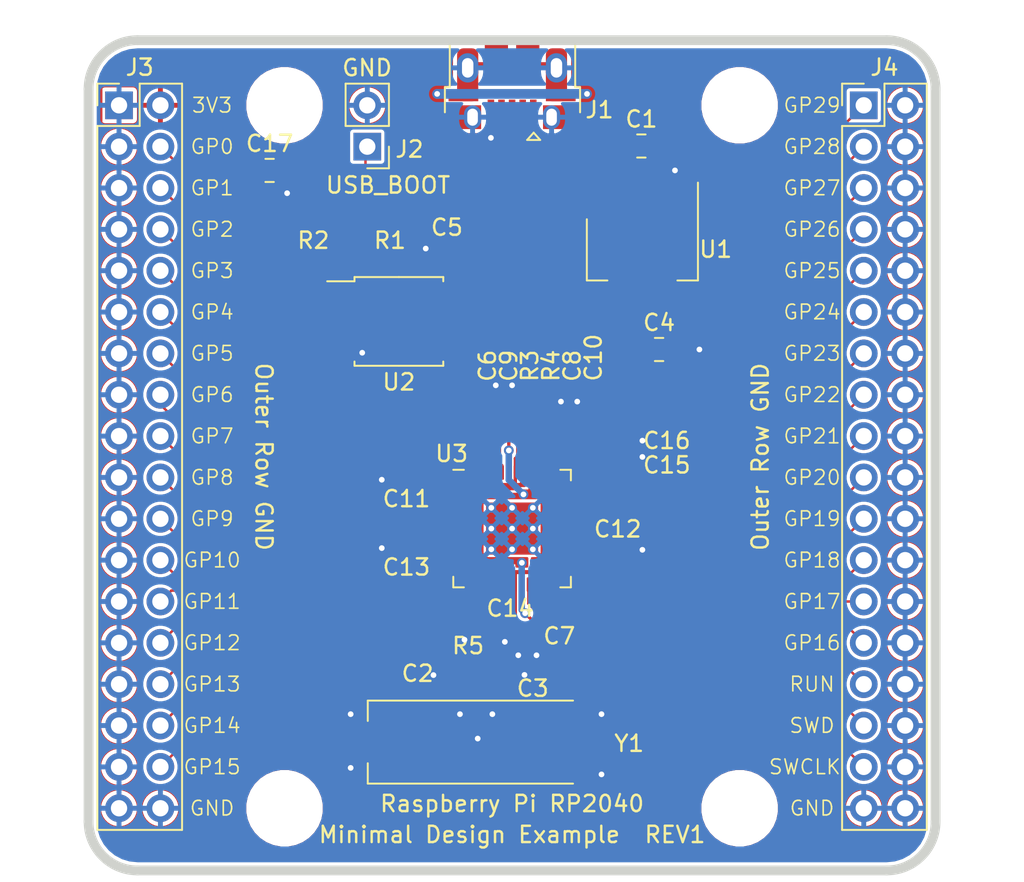
<source format=kicad_pcb>
(kicad_pcb
	(version 20241229)
	(generator "pcbnew")
	(generator_version "9.0")
	(general
		(thickness 1)
		(legacy_teardrops no)
	)
	(paper "A4")
	(title_block
		(title "RP2040 Minimal Design Example")
		(date "2020-07-13")
		(rev "REV1")
		(company "Raspberry Pi (Trading) Ltd")
	)
	(layers
		(0 "F.Cu" signal)
		(2 "B.Cu" signal)
		(9 "F.Adhes" user "F.Adhesive")
		(11 "B.Adhes" user "B.Adhesive")
		(13 "F.Paste" user)
		(15 "B.Paste" user)
		(5 "F.SilkS" user "F.Silkscreen")
		(7 "B.SilkS" user "B.Silkscreen")
		(1 "F.Mask" user)
		(3 "B.Mask" user)
		(17 "Dwgs.User" user "User.Drawings")
		(19 "Cmts.User" user "User.Comments")
		(21 "Eco1.User" user "User.Eco1")
		(23 "Eco2.User" user "User.Eco2")
		(25 "Edge.Cuts" user)
		(27 "Margin" user)
		(31 "F.CrtYd" user "F.Courtyard")
		(29 "B.CrtYd" user "B.Courtyard")
		(35 "F.Fab" user)
		(33 "B.Fab" user)
	)
	(setup
		(pad_to_mask_clearance 0.051)
		(solder_mask_min_width 0.09)
		(allow_soldermask_bridges_in_footprints no)
		(tenting front back)
		(aux_axis_origin 100 100)
		(grid_origin 121.59 74)
		(pcbplotparams
			(layerselection 0x00000000_00000000_55555555_5755f5ff)
			(plot_on_all_layers_selection 0x00000000_00000000_00000000_00000000)
			(disableapertmacros no)
			(usegerberextensions no)
			(usegerberattributes no)
			(usegerberadvancedattributes no)
			(creategerberjobfile no)
			(dashed_line_dash_ratio 12.000000)
			(dashed_line_gap_ratio 3.000000)
			(svgprecision 6)
			(plotframeref no)
			(mode 1)
			(useauxorigin no)
			(hpglpennumber 1)
			(hpglpenspeed 20)
			(hpglpendiameter 15.000000)
			(pdf_front_fp_property_popups yes)
			(pdf_back_fp_property_popups yes)
			(pdf_metadata yes)
			(pdf_single_document no)
			(dxfpolygonmode yes)
			(dxfimperialunits yes)
			(dxfusepcbnewfont yes)
			(psnegative no)
			(psa4output no)
			(plot_black_and_white yes)
			(sketchpadsonfab no)
			(plotpadnumbers no)
			(hidednponfab no)
			(sketchdnponfab yes)
			(crossoutdnponfab yes)
			(subtractmaskfromsilk no)
			(outputformat 1)
			(mirror no)
			(drillshape 0)
			(scaleselection 1)
			(outputdirectory "gerbers")
		)
	)
	(net 0 "")
	(net 1 "GND")
	(net 2 "VBUS")
	(net 3 "/XIN")
	(net 4 "/XOUT")
	(net 5 "+3V3")
	(net 6 "+1V1")
	(net 7 "Net-(J1-Pad4)")
	(net 8 "/~{USB_BOOT}")
	(net 9 "/GPIO15")
	(net 10 "/GPIO14")
	(net 11 "/GPIO13")
	(net 12 "/GPIO12")
	(net 13 "/GPIO11")
	(net 14 "/GPIO10")
	(net 15 "/GPIO9")
	(net 16 "/GPIO8")
	(net 17 "/GPIO7")
	(net 18 "/GPIO6")
	(net 19 "/GPIO5")
	(net 20 "/GPIO4")
	(net 21 "/GPIO3")
	(net 22 "/GPIO2")
	(net 23 "/GPIO1")
	(net 24 "/GPIO0")
	(net 25 "/GPIO29_ADC3")
	(net 26 "/GPIO28_ADC2")
	(net 27 "/GPIO27_ADC1")
	(net 28 "/GPIO26_ADC0")
	(net 29 "/GPIO25")
	(net 30 "/GPIO24")
	(net 31 "/GPIO23")
	(net 32 "/GPIO22")
	(net 33 "/GPIO21")
	(net 34 "/GPIO20")
	(net 35 "/GPIO19")
	(net 36 "/GPIO18")
	(net 37 "/GPIO17")
	(net 38 "/GPIO16")
	(net 39 "/RUN")
	(net 40 "/SWD")
	(net 41 "/SWCLK")
	(net 42 "/QSPI_SS")
	(net 43 "Net-(R3-Pad2)")
	(net 44 "Net-(R4-Pad2)")
	(net 45 "/QSPI_SD3")
	(net 46 "/QSPI_SCLK")
	(net 47 "/QSPI_SD0")
	(net 48 "/QSPI_SD2")
	(net 49 "/QSPI_SD1")
	(net 50 "/USB_D+")
	(net 51 "/USB_D-")
	(net 52 "Net-(C3-Pad1)")
	(footprint "Capacitor_SMD:C_0805_2012Metric" (layer "F.Cu") (at 109.025 89))
	(footprint "RP2040_minimal:USB_Micro-B_Amphenol_10103594-0001LF_Horizontal_modified" (layer "F.Cu") (at 100 71.7 180))
	(footprint "Connector_PinHeader_2.54mm:PinHeader_1x02_P2.54mm_Vertical" (layer "F.Cu") (at 91.11 76.54 180))
	(footprint "Connector_PinHeader_2.54mm:PinHeader_2x18_P2.54mm_Vertical" (layer "F.Cu") (at 75.87 74))
	(footprint "Capacitor_SMD:C_0402_1005Metric" (layer "F.Cu") (at 104 93.515 90))
	(footprint "Capacitor_SMD:C_0402_1005Metric" (layer "F.Cu") (at 103 93.515 90))
	(footprint "Capacitor_SMD:C_0402_1005Metric" (layer "F.Cu") (at 93.515 101.2 180))
	(footprint "Capacitor_SMD:C_0402_1005Metric" (layer "F.Cu") (at 96.185 82.83 180))
	(footprint "Capacitor_SMD:C_0402_1005Metric" (layer "F.Cu") (at 89.5 82.315 -90))
	(footprint "Connector_PinHeader_2.54mm:PinHeader_2x18_P2.54mm_Vertical" (layer "F.Cu") (at 121.59 74))
	(footprint "Package_TO_SOT_SMD:SOT-223-3_TabPin2" (layer "F.Cu") (at 108 82.85 -90))
	(footprint "Package_SO:SOIC-8_5.23x5.23mm_P1.27mm" (layer "F.Cu") (at 93.05 87.275))
	(footprint "Capacitor_SMD:C_0402_1005Metric" (layer "F.Cu") (at 99.485 109))
	(footprint "Capacitor_SMD:C_0402_1005Metric" (layer "F.Cu") (at 91 82.315 90))
	(footprint "Capacitor_SMD:C_0402_1005Metric" (layer "F.Cu") (at 100 92.515 90))
	(footprint "Capacitor_SMD:C_0402_1005Metric" (layer "F.Cu") (at 106.485 101.2))
	(footprint "Capacitor_SMD:C_0402_1005Metric" (layer "F.Cu") (at 100.381 106.485 -90))
	(footprint "Capacitor_SMD:C_0402_1005Metric" (layer "F.Cu") (at 101 93.515 -90))
	(footprint "Capacitor_SMD:C_0402_1005Metric" (layer "F.Cu") (at 101.5 106.485 -90))
	(footprint "Capacitor_SMD:C_0805_2012Metric" (layer "F.Cu") (at 107.9375 76.5))
	(footprint "Capacitor_SMD:C_0402_1005Metric" (layer "F.Cu") (at 93.515 97 180))
	(footprint "Capacitor_SMD:C_0402_1005Metric" (layer "F.Cu") (at 106.485 94.6))
	(footprint "RP2040_minimal:RP2040-QFN-56" (layer "F.Cu") (at 100 100))
	(footprint "Capacitor_SMD:C_0402_1005Metric" (layer "F.Cu") (at 96.515 109 180))
	(footprint "MountingHole:MountingHole_2.7mm_M2.5" (layer "F.Cu") (at 113.97 74))
	(footprint "Capacitor_SMD:C_0402_1005Metric" (layer "F.Cu") (at 102 93.515 -90))
	(footprint "MountingHole:MountingHole_2.7mm_M2.5" (layer "F.Cu") (at 113.97 117.18))
	(footprint "Capacitor_SMD:C_0402_1005Metric" (layer "F.Cu") (at 99 92.515 90))
	(footprint "Capacitor_SMD:C_0402_1005Metric" (layer "F.Cu") (at 106.485 96))
	(footprint "Capacitor_SMD:C_0402_1005Metric" (layer "F.Cu") (at 98.7 107.115 -90))
	(footprint "MountingHole:MountingHole_2.7mm_M2.5" (layer "F.Cu") (at 86.03 74))
	(footprint "MountingHole:MountingHole_2.7mm_M2.5" (layer "F.Cu") (at 86.03 117.18))
	(footprint "RP2040_minimal:Crystal_SMD_HC49-US" (layer "F.Cu") (at 97.841 113.116))
	(footprint "Capacitor_SMD:C_0805_2012Metric" (layer "F.Cu") (at 85.115 78))
	(gr_line
		(start 123 121)
		(end 77 121)
		(stroke
			(width 0.6)
			(type solid)
		)
		(layer "Edge.Cuts")
		(uuid "00000000-0000-0000-0000-00005eff7ab3")
	)
	(gr_line
		(start 126 73)
		(end 126 118)
		(stroke
			(width 0.6)
			(type solid)
		)
		(layer "Edge.Cuts")
		(uuid "00000000-0000-0000-0000-00005eff7ab6")
	)
	(gr_line
		(start 77 70)
		(end 123 70)
		(stroke
			(width 0.6)
			(type solid)
		)
		(layer "Edge.Cuts")
		(uuid "00000000-0000-0000-0000-00005eff7ab9")
	)
	(gr_line
		(start 74 118)
		(end 74 73)
		(stroke
			(width 0.6)
			(type solid)
		)
		(layer "Edge.Cuts")
		(uuid "00000000-0000-0000-0000-00005eff7abc")
	)
	(gr_arc
		(start 77 121)
		(mid 74.87868 120.12132)
		(end 74 118)
		(stroke
			(width 0.6)
			(type solid)
		)
		(layer "Edge.Cuts")
		(uuid "7ed2e32c-4931-468a-a371-d62565417351")
	)
	(gr_arc
		(start 123 70)
		(mid 125.12132 70.87868)
		(end 126 73)
		(stroke
			(width 0.6)
			(type solid)
		)
		(layer "Edge.Cuts")
		(uuid "85457443-a924-4488-a4c5-2c00683ea5ed")
	)
	(gr_arc
		(start 74 73)
		(mid 74.87868 70.87868)
		(end 77 70)
		(stroke
			(width 0.6)
			(type solid)
		)
		(layer "Edge.Cuts")
		(uuid "cc361306-8d76-41aa-a5e1-8ca568855629")
	)
	(gr_arc
		(start 126 118)
		(mid 125.12132 120.12132)
		(end 123 121)
		(stroke
			(width 0.6)
			(type solid)
		)
		(layer "Edge.Cuts")
		(uuid "fa838b15-df08-4d43-9c4c-0264ce413b41")
	)
	(gr_text "GP1"
		(at 81.585 79.08 0)
		(layer "F.SilkS")
		(uuid "00000000-0000-0000-0000-00005f08854e")
		(effects
			(font
				(size 0.9 0.9)
				(thickness 0.1)
			)
		)
	)
	(gr_text "GP2"
		(at 81.585 81.62 0)
		(layer "F.SilkS")
		(uuid "00000000-0000-0000-0000-00005f088550")
		(effects
			(font
				(size 0.9 0.9)
				(thickness 0.1)
			)
		)
	)
	(gr_text "GP3"
		(at 81.585 84.16 0)
		(layer "F.SilkS")
		(uuid "00000000-0000-0000-0000-00005f088551")
		(effects
			(font
				(size 0.9 0.9)
				(thickness 0.1)
			)
		)
	)
	(gr_text "GP4"
		(at 81.585 86.7 0)
		(layer "F.SilkS")
		(uuid "00000000-0000-0000-0000-00005f088554")
		(effects
			(font
				(size 0.9 0.9)
				(thickness 0.1)
			)
		)
	)
	(gr_text "GP5"
		(at 81.585 89.24 0)
		(layer "F.SilkS")
		(uuid "00000000-0000-0000-0000-00005f088555")
		(effects
			(font
				(size 0.9 0.9)
				(thickness 0.1)
			)
		)
	)
	(gr_text "GP6"
		(at 81.585 91.78 0)
		(layer "F.SilkS")
		(uuid "00000000-0000-0000-0000-00005f088556")
		(effects
			(font
				(size 0.9 0.9)
				(thickness 0.1)
			)
		)
	)
	(gr_text "GP7"
		(at 81.585 94.32 0)
		(layer "F.SilkS")
		(uuid "00000000-0000-0000-0000-00005f088557")
		(effects
			(font
				(size 0.9 0.9)
				(thickness 0.1)
			)
		)
	)
	(gr_text "GP8"
		(at 81.585 96.86 0)
		(layer "F.SilkS")
		(uuid "00000000-0000-0000-0000-00005f08855c")
		(effects
			(font
				(size 0.9 0.9)
				(thickness 0.1)
			)
		)
	)
	(gr_text "GP9"
		(at 81.585 99.4 0)
		(layer "F.SilkS")
		(uuid "00000000-0000-0000-0000-00005f08855d")
		(effects
			(font
				(size 0.9 0.9)
				(thickness 0.1)
			)
		)
	)
	(gr_text "GP11"
		(at 81.585 104.48 0)
		(layer "F.SilkS")
		(uuid "00000000-0000-0000-0000-00005f08855e")
		(effects
			(font
				(size 0.9 0.9)
				(thickness 0.1)
			)
		)
	)
	(gr_text "GP10"
		(at 81.585 101.94 0)
		(layer "F.SilkS")
		(uuid "00000000-0000-0000-0000-00005f08855f")
		(effects
			(font
				(size 0.9 0.9)
				(thickness 0.1)
			)
		)
	)
	(gr_text "GP12"
		(at 81.585 107.02 0)
		(layer "F.SilkS")
		(uuid "00000000-0000-0000-0000-00005f088564")
		(effects
			(font
				(size 0.9 0.9)
				(thickness 0.1)
			)
		)
	)
	(gr_text "GP13"
		(at 81.585 109.56 0)
		(layer "F.SilkS")
		(uuid "00000000-0000-0000-0000-00005f088565")
		(effects
			(font
				(size 0.9 0.9)
				(thickness 0.1)
			)
		)
	)
	(gr_text "GP15"
		(at 81.585 114.64 0)
		(layer "F.SilkS")
		(uuid "00000000-0000-0000-0000-00005f088566")
		(effects
			(font
				(size 0.9 0.9)
				(thickness 0.1)
			)
		)
	)
	(gr_text "GP14"
		(at 81.585 112.1 0)
		(layer "F.SilkS")
		(uuid "00000000-0000-0000-0000-00005f088567")
		(effects
			(font
				(size 0.9 0.9)
				(thickness 0.1)
			)
		)
	)
	(gr_text "GP28"
		(at 118.415 76.54 0)
		(layer "F.SilkS")
		(uuid "00000000-0000-0000-0000-00005f088574")
		(effects
			(font
				(size 0.9 0.9)
				(thickness 0.1)
			)
		)
	)
	(gr_text "GP27"
		(at 118.415 79.08 0)
		(layer "F.SilkS")
		(uuid "00000000-0000-0000-0000-00005f088575")
		(effects
			(font
				(size 0.9 0.9)
				(thickness 0.1)
			)
		)
	)
	(gr_text "GP26"
		(at 118.415 81.62 0)
		(layer "F.SilkS")
		(uuid "00000000-0000-0000-0000-00005f088576")
		(effects
			(font
				(size 0.9 0.9)
				(thickness 0.1)
			)
		)
	)
	(gr_text "GP25"
		(at 118.415 84.16 0)
		(layer "F.SilkS")
		(uuid "00000000-0000-0000-0000-00005f088577")
		(effects
			(font
				(size 0.9 0.9)
				(thickness 0.1)
			)
		)
	)
	(gr_text "GP24"
		(at 118.415 86.7 0)
		(layer "F.SilkS")
		(uuid "00000000-0000-0000-0000-00005f088578")
		(effects
			(font
				(size 0.9 0.9)
				(thickness 0.1)
			)
		)
	)
	(gr_text "GP23"
		(at 118.415 89.24 0)
		(layer "F.SilkS")
		(uuid "00000000-0000-0000-0000-00005f088579")
		(effects
			(font
				(size 0.9 0.9)
				(thickness 0.1)
			)
		)
	)
	(gr_text "GP21"
		(at 118.415 94.32 0)
		(layer "F.SilkS")
		(uuid "00000000-0000-0000-0000-00005f08857a")
		(effects
			(font
				(size 0.9 0.9)
				(thickness 0.1)
			)
		)
	)
	(gr_text "GP20"
		(at 118.415 96.86 0)
		(layer "F.SilkS")
		(uuid "00000000-0000-0000-0000-00005f08857b")
		(effects
			(font
				(size 0.9 0.9)
				(thickness 0.1)
			)
		)
	)
	(gr_text "GP19"
		(at 118.415 99.4 0)
		(layer "F.SilkS")
		(uuid "00000000-0000-0000-0000-00005f08857c")
		(effects
			(font
				(size 0.9 0.9)
				(thickness 0.1)
			)
		)
	)
	(gr_text "GP17"
		(at 118.415 104.48 0)
		(layer "F.SilkS")
		(uuid "00000000-0000-0000-0000-00005f08857d")
		(effects
			(font
				(size 0.9 0.9)
				(thickness 0.1)
			)
		)
	)
	(gr_text "GP22"
		(at 118.415 91.78 0)
		(layer "F.SilkS")
		(uuid "00000000-0000-0000-0000-00005f08857e")
		(effects
			(font
				(size 0.9 0.9)
				(thickness 0.1)
			)
		)
	)
	(gr_text "GP18"
		(at 118.415 101.94 0)
		(layer "F.SilkS")
		(uuid "00000000-0000-0000-0000-00005f08857f")
		(effects
			(font
				(size 0.9 0.9)
				(thickness 0.1)
			)
		)
	)
	(gr_text "SWCLK"
		(at 117.9705 114.64 0)
		(layer "F.SilkS")
		(uuid "00000000-0000-0000-0000-00005f088580")
		(effects
			(font
				(size 0.9 0.9)
				(thickness 0.1)
			)
		)
	)
	(gr_text "SWD"
		(at 118.415 112.1 0)
		(layer "F.SilkS")
		(uuid "00000000-0000-0000-0000-00005f088581")
		(effects
			(font
				(size 0.9 0.9)
				(thickness 0.1)
			)
		)
	)
	(gr_text "GP16"
		(at 118.415 107.02 0)
		(layer "F.SilkS")
		(uuid "00000000-0000-0000-0000-00005f088582")
		(effects
			(font
				(size 0.9 0.9)
				(thickness 0.1)
			)
		)
	)
	(gr_text "RUN"
		(at 118.415 109.56 0)
		(layer "F.SilkS")
		(uuid "00000000-0000-0000-0000-00005f088583")
		(effects
			(font
				(size 0.9 0.9)
				(thickness 0.1)
			)
		)
	)
	(gr_text "GND"
		(at 81.585 117.18 0)
		(layer "F.SilkS")
		(uuid "00000000-0000-0000-0000-00005f0885cb")
		(effects
			(font
				(size 0.9 0.9)
				(thickness 0.1)
			)
		)
	)
	(gr_text "GND"
		(at 118.415 117.18 0)
		(layer "F.SilkS")
		(uuid "00000000-0000-0000-0000-00005f088889")
		(effects
			(font
				(size 0.9 0.9)
				(thickness 0.1)
			)
		)
	)
	(gr_text "GP29"
		(at 118.415 74 0)
		(layer "F.SilkS")
		(uuid "00000000-0000-0000-0000-00005f0888ac")
		(effects
			(font
				(size 0.9 0.9)
				(thickness 0.1)
			)
		)
	)
	(gr_text "Outer Row GND"
		(at 84.76 95.59 270)
		(layer "F.SilkS")
		(uuid "00000000-0000-0000-0000-00005f0888b1")
		(effects
			(font
				(size 1 1)
				(thickness 0.15)
			)
		)
	)
	(gr_text "Outer Row GND"
		(at 115.24 95.59 90)
		(layer "F.SilkS")
		(uuid "00000000-0000-0000-0000-00005f088ada")
		(effects
			(font
				(size 1 1)
				(thickness 0.15)
			)
		)
	)
	(gr_text "Raspberry Pi RP2040"
		(at 100 116.9 0)
		(layer "F.SilkS")
		(uuid "00000000-0000-0000-0000-00005f0cefa9")
		(effects
			(font
				(size 1 1)
				(thickness 0.15)
			)
		)
	)
	(gr_text "\nUSB_BOOT"
		(at 92.38 78.1 0)
		(layer "F.SilkS")
		(uuid "05e7442c-db39-4b38-8e9d-c98d07c86563")
		(effects
			(font
				(size 1 1)
				(thickness 0.15)
			)
		)
	)
	(gr_text "GP0"
		(at 81.585 76.54 0)
		(layer "F.SilkS")
		(uuid "6a8a18be-c24f-4455-86b3-058294a0fb27")
		(effects
			(font
				(size 0.9 0.9)
				(thickness 0.1)
			)
		)
	)
	(gr_text "Minimal Design Example  REV1"
		(at 100 118.8 0)
		(layer "F.SilkS")
		(uuid "7e923713-b184-4b1c-a0ce-f4c1a2f5bf0b")
		(effects
			(font
				(size 1 1)
				(thickness 0.15)
			)
		)
	)
	(gr_text "GND"
		(at 91.1 71.7 0)
		(layer "F.SilkS")
		(uuid "ed0a1c69-b8dd-499a-b0eb-fc469a2eaec0")
		(effects
			(font
				(size 1 1)
				(thickness 0.15)
			)
		)
	)
	(gr_text "3V3"
		(at 81.585 74 0)
		(layer "F.SilkS")
		(uuid "fe8c3df7-f26f-4199-8123-2115e52373c8")
		(effects
			(font
				(size 0.9 0.9)
				(thickness 0.1)
			)
		)
	)
	(segment
		(start 93.03 101.2)
		(end 92 101.2)
		(width 0.2)
		(layer "F.Cu")
		(net 1)
		(uuid "00000000-0000-0000-0000-00005f046351")
	)
	(segment
		(start 108.875 76.875)
		(end 110 78)
		(width 0.2)
		(layer "F.Cu")
		(net 1)
		(uuid "01cb99e4-a51a-4c2e-a873-765f6b9c46ed")
	)
	(segment
		(start 100.381 107.781984)
		(end 100.380994 107.78199)
		(width 0.2)
		(layer "F.Cu")
		(net 1)
		(uuid "13b9352c-3ed1-42d5-a5e0-4391105f73cb")
	)
	(segment
		(start 99 92.03)
		(end 99 91.200008)
		(width 0.2)
		(layer "F.Cu")
		(net 1)
		(uuid "1bf84ae0-c438-4967-ac08-54b210bb08cb")
	)
	(segment
		(start 110.3 78.3)
		(end 110 78)
		(width 0.2)
		(layer "F.Cu")
		(net 1)
		(uuid "29678316-da39-499a-a1de-415e70953ea1")
	)
	(segment
		(start 107.075 101.305)
		(end 108 101.305)
		(width 0.2)
		(layer "F.Cu")
		(net 1)
		(uuid "2e1caf43-8f38-427d-bc0e-5132c1990d9c")
	)
	(segment
		(start 102.46 71.45)
		(end 102.73 71.72)
		(width 0.2)
		(layer "F.Cu")
		(net 1)
		(uuid "381203b9-5ae8-4f4a-a0c3-a5f71e2dca5f")
	)
	(segment
		(start 98.7 74.6)
		(end 98.7 76)
		(width 0.2)
		(layer "F.Cu")
		(net 1)
		(uuid "490802e8-e48b-461b-b991-019d2fa277fc")
	)
	(segment
		(start 110.05 89)
		(end 111.5 89)
		(width 0.2)
		(layer "F.Cu")
		(net 1)
		(uuid "52431707-c6ac-4bdb-8711-6276b446c87b")
	)
	(segment
		(start 100 92.03)
		(end 100 91.2)
		(width 0.2)
		(layer "F.Cu")
		(net 1)
		(uuid "57561c86-790b-4741-91b4-53f6a607dd3a")
	)
	(segment
		(start 110.3 79.7)
		(end 110.3 78.3)
		(width 0.2)
		(layer "F.Cu")
		(net 1)
		(uuid "57999232-b58f-41e7-ae49-b6f9fb308b5a")
	)
	(segment
		(start 106.97 96)
		(end 107.6 96)
		(width 0.15)
		(layer "F.Cu")
		(net 1)
		(uuid "60faafbd-33fb-4244-ae42-10f25fa439f9")
	)
	(segment
		(start 99.97 109)
		(end 100.7505 109)
		(width 0.15)
		(layer "F.Cu")
		(net 1)
		(uuid "6216f679-b3ac-4589-8903-0c4dbbea5ab5")
	)
	(segment
		(start 100.381 106.97)
		(end 100.381 107.781984)
		(width 0.2)
		(layer "F.Cu")
		(net 1)
		(uuid "64628cc1-a90e-4a3d-b2c0-12f552a25646")
	)
	(segment
		(start 97.54 71.45)
		(end 97.27 71.72)
		(width 0.2)
		(layer "F.Cu")
		(net 1)
		(uuid "7a8d8e38-68f4-476b-a4be-8fadca101b16")
	)
	(segment
		(start 86.14 78)
		(end 86.14 79.25)
		(width 0.15)
		(layer "F.Cu")
		(net 1)
		(uuid "804e2fcf-5b90-4bb0-b520-a8dd99d37782")
	)
	(segment
		(start 97.079 106.5755)
		(end 97.079 106.8295)
		(width 0.15)
		(layer "F.Cu")
		(net 1)
		(uuid "85c41850-4749-4b04-9a25-cc392850346c")
	)
	(segment
		(start 99.97 108.68)
		(end 99.5555 108.2655)
		(width 0.15)
		(layer "F.Cu")
		(net 1)
		(uuid "863413e6-cc27-44c2-908b-37061913dba7")
	)
	(segment
		(start 95.405 82.83)
		(end 95.375 82.8)
		(width 0.2)
		(layer "F.Cu")
		(net 1)
		(uuid "8717e25b-2fbf-41ce-a86f-0e132ca50491")
	)
	(segment
		(start 106.97 94.6)
		(end 108 94.6)
		(width 0.2)
		(layer "F.Cu")
		(net 1)
		(uuid "88e0a4d1-95a1-44b4-97e0-73a61b412191")
	)
	(segment
		(start 99.97 109)
		(end 99.97 108.68)
		(width 0.15)
		(layer "F.Cu")
		(net 1)
		(uuid "8ce38939-18a6-4393-aaa0-2caa091bcd62")
	)
	(segment
		(start 101.5 106.97)
		(end 101.5 107.782004)
		(width 0.2)
		(layer "F.Cu")
		(net 1)
		(uuid "91e86634-53ed-41c8-a400-4114bc24083c")
	)
	(segment
		(start 93.03 97)
		(end 92 97)
		(width 0.2)
		(layer "F.Cu")
		(net 1)
		(uuid "92ade555-debd-4f8f-a385-b7f99f1047fd")
	)
	(segment
		(start 99 104.6545)
		(end 97.079 106.5755)
		(width 0.15)
		(layer "F.Cu")
		(net 1)
		(uuid "96b9cd59-2c20-47cf-806f-24752c1db28d")
	)
	(segment
		(start 107.6 96)
		(end 108 95.6)
		(width 0.15)
		(layer "F.Cu")
		(net 1)
		(uuid "a8a218aa-871b-4de2-b4ad-ad4db1af55bf")
	)
	(segment
		(start 100.7505 109)
		(end 100.762 108.9885)
		(width 0.15)
		(layer "F.Cu")
		(net 1)
		(uuid "ab01153e-4c1c-4a29-b1d1-b6f11fd0f396")
	)
	(segment
		(start 89.45 89.18)
		(end 90.78 89.18)
		(width 0.2)
		(layer "F.Cu")
		(net 1)
		(uuid "ab57760d-a38d-4ae8-b47a-ee6feac15e3f")
	)
	(segment
		(start 95.7 82.83)
		(end 95.405 82.83)
		(width 0.2)
		(layer "F.Cu")
		(net 1)
		(uuid "b064a8a4-8281-425c-be93-553fb00e8fb6")
	)
	(segment
		(start 86.14 78.95)
		(end 86.19 79)
		(width 0.15)
		(layer "F.Cu")
		(net 1)
		(uuid "bcbfa6eb-d7bc-4ff6-9d99-845e1d9dbbfd")
	)
	(segment
		(start 108.875 76.5)
		(end 108.875 76.875)
		(width 0.2)
		(layer "F.Cu")
		(net 1)
		(uuid "bf41ecdf-b1a9-4aad-8ef7-0d8daf3314bc")
	)
	(segment
		(start 95.375 82.8)
		(end 94.7 82.8)
		(width 0.2)
		(layer "F.Cu")
		(net 1)
		(uuid "c02f2502-4425-4147-b77b-e93d2b00ee27")
	)
	(segment
		(start 99.04 71.45)
		(end 97.54 71.45)
		(width 0.2)
		(layer "F.Cu")
		(net 1)
		(uuid "c3884eff-8d71-46df-a3d6-5e566b0d789b")
	)
	(segment
		(start 96.8 111.65)
		(end 96.8 110.599974)
		(width 0.2)
		(layer "F.Cu")
		(net 1)
		(uuid "c538420f-b5c0-4a84-a61d-6f4f56a1cd27")
	)
	(segment
		(start 90.78 89.18)
		(end 90.8 89.2)
		(width 0.2)
		(layer "F.Cu")
		(net 1)
		(uuid "cdf32f4c-94a3-4eb6-9c17-0929bb158c8b")
	)
	(segment
		(start 100.96 71.45)
		(end 102.46 71.45)
		(width 0.2)
		(layer "F.Cu")
		(net 1)
		(uuid "d1129b33-d0e4-422d-8c80-90c7d0be841d")
	)
	(segment
		(start 104 93.03)
		(end 104 92.2)
		(width 0.2)
		(layer "F.Cu")
		(net 1)
		(uuid "d5bdd1d3-38e9-4ca4-ab6d-41d6445606d1")
	)
	(segment
		(start 96.03 109)
		(end 95.174 109)
		(width 0.2)
		(layer "F.Cu")
		(net 1)
		(uuid "d81cb384-6ec3-4c22-bda7-db7c41af85b5")
	)
	(segment
		(start 99 103.4375)
		(end 99 104.6545)
		(width 0.15)
		(layer "F.Cu")
		(net 1)
		(uuid "ddd1d9cf-bf64-4014-a6de-4f09986a1ff8")
	)
	(segment
		(start 99.5555 108.2655)
		(end 99.5555 108.0995)
		(width 0.15)
		(layer "F.Cu")
		(net 1)
		(uuid "ddfc18a6-5629-4990-9d6f-d017da3acf90")
	)
	(segment
		(start 99 113.35)
		(end 99 114.4)
		(width 0.2)
		(layer "F.Cu")
		(net 1)
		(uuid "e0ed8b09-642f-489e-bbba-e9e2a5b2a3b7")
	)
	(segment
		(start 106.97 101.2)
		(end 107.075 101.305)
		(width 0.2)
		(layer "F.Cu")
		(net 1)
		(uuid "f068c9a1-e201-474b-b2eb-d110d55ebda3")
	)
	(segment
		(start 103 93.03)
		(end 103 92.2)
		(width 0.2)
		(layer "F.Cu")
		(net 1)
		(uuid "f605554e-5f6f-4613-8345-08d6b29e7bb8")
	)
	(segment
		(start 86.19 79)
		(end 86.19 79.1)
		(width 0.15)
		(layer "F.Cu")
		(net 1)
		(uuid "fe81431d-7be2-4b8f-8696-e378d471e0e4")
	)
	(via
		(at 99.5555 106.9565)
		(size 0.6)
		(drill 0.35)
		(layers "F.Cu" "B.Cu")
		(net 1)
		(uuid "00000000-0000-0000-0000-00005f0c75ea")
	)
	(via
		(at 97.89 112.9)
		(size 0.6)
		(drill 0.35)
		(layers "F.Cu" "B.Cu")
		(net 1)
		(uuid "00000000-0000-0000-0000-00005f0c75ed")
	)
	(via
		(at 98.79 111.4)
		(size 0.6)
		(drill 0.35)
		(layers "F.Cu" "B.Cu")
		(net 1)
		(uuid "00000000-0000-0000-0000-00005f0c7f06")
	)
	(via
		(at 90.09 114.7)
		(size 0.6)
		(drill 0.35)
		(layers "F.Cu" "B.Cu")
		(net 1)
		(uuid "00000000-0000-0000-0000-00005f0ceffb")
	)
	(via
		(at 90.09 111.4)
		(size 0.6)
		(drill 0.35)
		(layers "F.Cu" "B.Cu")
		(net 1)
		(uuid "00000000-0000-0000-0000-00005f0ceffd")
	)
	(via
		(at 105.49 111.4)
		(size 0.6)
		(drill 0.35)
		(layers "F.Cu" "B.Cu")
		(net 1)
		(uuid "00000000-0000-0000-0000-00005f0cefff")
	)
	(via
		(at 94.7 82.8)
		(size 0.6)
		(drill 0.35)
		(layers "F.Cu" "B.Cu")
		(net 1)
		(uuid "0ffee726-2112-45d7-903d-f1887c4cb86d")
	)
	(via
		(at 105.49 115.1)
		(size 0.6)
		(drill 0.35)
		(layers "F.Cu" "B.Cu")
		(net 1)
		(uuid "1abd14b0-08f0-4045-80fd-cfad44be1517")
	)
	(via
		(at 100.762 108.9885)
		(size 0.6)
		(drill 0.35)
		(layers "F.Cu" "B.Cu")
		(net 1)
		(uuid "1affd6c0-f709-4b84-9d3c-92f872129d46")
	)
	(via
		(at 111.5 89)
		(size 0.6)
		(drill 0.35)
		(layers "F.Cu" "B.Cu")
		(net 1)
		(uuid "24e1618e-b725-4f7e-9b4b-36712b7141d1")
	)
	(via
		(at 100 91.2)
		(size 0.6)
		(drill 0.35)
		(layers "F.Cu" "B.Cu")
		(net 1)
		(uuid "35edb367-5d46-4ea6-b97f-d416c51df5f2")
	)
	(via
		(at 104 92.2)
		(size 0.6)
		(drill 0.35)
		(layers "F.Cu" "B.Cu")
		(net 1)
		(uuid "3725a932-2309-48e5-859a-36dc2388ba9a")
	)
	(via
		(at 86.19 79.4)
		(size 0.6)
		(drill 0.35)
		(layers "F.Cu" "B.Cu")
		(net 1)
		(uuid "3a03dc45-e418-4eb1-bfd5-43d22360fef7")
	)
	(via
		(at 92 101.2)
		(size 0.6)
		(drill 0.35)
		(layers "F.Cu" "B.Cu")
		(net 1)
		(uuid "4a62f97c-8ea1-4003-a809-0d983b0855e1")
	)
	(via
		(at 99 91.200008)
		(size 0.6)
		(drill 0.35)
		(layers "F.Cu" "B.Cu")
		(net 1)
		(uuid "4c308bbc-7ff3-4e44-95fb-cf5031057771")
	)
	(via
		(at 95.174 109)
		(size 0.6)
		(drill 0.35)
		(layers "F.Cu" "B.Cu")
		(net 1)
		(uuid "4c56679a-b216-454c-8517-9bb020a8ec65")
	)
	(via
		(at 101.5 107.782004)
		(size 0.6)
		(drill 0.35)
		(layers "F.Cu" "B.Cu")
		(net 1)
		(uuid "54d74bfd-6e6a-4a93-80af-bd84cb631b8b")
	)
	(via
		(at 96.8 111.4)
		(size 0.6)
		(drill 0.35)
		(layers "F.Cu" "B.Cu")
		(net 1)
		(uuid "5d1f13ef-780a-4c7c-a852-62da7af1c114")
	)
	(via
		(at 110 78)
		(size 0.6)
		(drill 0.35)
		(layers "F.Cu" "B.Cu")
		(net 1)
		(uuid "6fd38d8d-c3b6-4b87-959e-547bf79ca47e")
	)
	(via
		(at 97.079 106.8295)
		(size 0.6)
		(drill 0.35)
		(layers "F.Cu" "B.Cu")
		(net 1)
		(uuid "7292a2b7-1f21-46c3-975c-7fa71e307494")
	)
	(via
		(at 98.7 76)
		(size 0.6)
		(drill 0.35)
		(layers "F.Cu" "B.Cu")
		(net 1)
		(uuid "78288353-daa8-4f7a-a611-683403c30bef")
	)
	(via
		(at 90.8 89.2)
		(size 0.6)
		(drill 0.35)
		(layers "F.Cu" "B.Cu")
		(net 1)
		(uuid "8e48ceaa-0493-44f0-b45a-c678cb01aa1c")
	)
	(via
		(at 92 97)
		(size 0.6)
		(drill 0.35)
		(layers "F.Cu" "B.Cu")
		(net 1)
		(uuid "9a4ae767-3875-4451-9120-0081681cf0e3")
	)
	(via
		(at 108 101.305)
		(size 0.6)
		(drill 0.35)
		(layers "F.Cu" "B.Cu")
		(net 1)
		(uuid "9edf5d74-77c7-432d-aa23-104ffa9eba50")
	)
	(via
		(at 108 95.6)
		(size 0.6)
		(drill 0.35)
		(layers "F.Cu" "B.Cu")
		(net 1)
		(uuid "d908280f-3758-4a7d-b29b-6c31c42533eb")
	)
	(via
		(at 108 94.6)
		(size 0.6)
		(drill 0.35)
		(layers "F.Cu" "B.Cu")
		(net 1)
		(uuid "e4842452-ac6d-4e17-9b59-d36d8546860a")
	)
	(via
		(at 103 92.2)
		(size 0.6)
		(drill 0.35)
		(layers "F.Cu" "B.Cu")
		(net 1)
		(uuid "ec1a87e3-8cfb-4a0a-90da-52ce7d28e284")
	)
	(via
		(at 100.380994 107.78199)
		(size 0.6)
		(drill 0.35)
		(layers "F.Cu" "B.Cu")
		(net 1)
		(uuid "ed9dcd5a-1d90-4dad-b7c5-c371e080e936")
	)
	(segment
		(start 103.299999 92.499999)
		(end 103 92.2)
		(width 0.2)
		(layer "B.Cu")
		(net 1)
		(uuid "7fae726f-993c-458b-bc8a-cace2e64a998")
	)
	(segment
		(start 103.8 93)
		(end 103.299999 92.499999)
		(width 0.2)
		(layer "B.Cu")
		(net 1)
		(uuid "85c734a4-50bb-49ba-89cd-a0f780ea416c")
	)
	(segment
		(start 104 93)
		(end 103.8 93)
		(width 0.2)
		(layer "B.Cu")
		(net 1)
		(uuid "93a370ad-eef5-480d-a07e-b29b0d749bbf")
	)
	(segment
		(start 101.3 74.525)
		(end 101.3 75.5)
		(width 0.4)
		(layer "F.Cu")
		(net 2)
		(uuid "12ce76f6-67d1-48e5-875c-f33d9556242b")
	)
	(segment
		(start 101.3 75.5)
		(end 102.1 76.3)
		(width 0.4)
		(layer "F.Cu")
		(net 2)
		(uuid "a71a7df4-3bce-46c8-ab5f-f47898f3e24f")
	)
	(segment
		(start 97.6505 111.7825)
		(end 96.317 113.116)
		(width 0.15)
		(layer "F.Cu")
		(net 3)
		(uuid "2a95faaf-0311-46ba-a97b-7dff01d322eb")
	)
	(segment
		(start 97.6505 109.6505)
		(end 97.6505 111.7825)
		(width 0.15)
		(layer "F.Cu")
		(net 3)
		(uuid "412b14e4-c75a-4524-988e-ca684e6c7ae2")
	)
	(segment
		(start 97 109)
		(end 97.6505 109.6505)
		(width 0.15)
		(layer "F.Cu")
		(net 3)
		(uuid "4ae38623-5743-4a26-a9cf-131ac4cd792e")
	)
	(segment
		(start 99.4 103.4375)
		(end 99.4 104.937861)
		(width 0.15)
		(layer "F.Cu")
		(net 3)
		(uuid "64bdca31-ed23-4b03-b956-f82d7291b2bd")
	)
	(segment
		(start 99.4 104.937861)
		(end 97.8 106.537861)
		(width 0.15)
		(layer "F.Cu")
		(net 3)
		(uuid "9049c0ed-d326-4b32-a2f9-e8d308e172fd")
	)
	(segment
		(start 96.317 113.116)
		(end 93.341 113.116)
		(width 0.15)
		(layer "F.Cu")
		(net 3)
		(uuid "944738e9-ff79-4b28-8f98-1188aacd335f")
	)
	(segment
		(start 97.8 108.2)
		(end 97 109)
		(width 0.15)
		(layer "F.Cu")
		(net 3)
		(uuid "977b72df-6dfd-4039-ae73-709ef1c607ef")
	)
	(segment
		(start 97.8 106.537861)
		(end 97.8 108.2)
		(width 0.15)
		(layer "F.Cu")
		(net 3)
		(uuid "b3a67cc2-6d18-4328-8e9b-92aee476b3d6")
	)
	(segment
		(start 98.7 106.2)
		(end 98.7 106.63)
		(width 0.15)
		(layer "F.Cu")
		(net 4)
		(uuid "60038a97-be3a-4ada-9886-ce30b143ad29")
	)
	(segment
		(start 99.8 105.1)
		(end 98.7 106.2)
		(width 0.15)
		(layer "F.Cu")
		(net 4)
		(uuid "b7539fc2-e032-4359-99d2-85a24dcd0653")
	)
	(segment
		(start 99.8 103.4375)
		(end 99.8 105.1)
		(width 0.15)
		(layer "F.Cu")
		(net 4)
		(uuid "e0c32b05-e565-449a-b572-bfb8dc116e20")
	)
	(segment
		(start 100.6 95.799998)
		(end 100.350001 95.549999)
		(width 0.2)
		(layer "F.Cu")
		(net 5)
		(uuid "02b2bba1-2004-42b9-a768-008cdb7db04c")
	)
	(segment
		(start 100.6 96.5625)
		(end 100.6 97.2)
		(width 0.2)
		(layer "F.Cu")
		(net 5)
		(uuid "08620740-42ea-402c-a326-efd86fc7ff9c")
	)
	(segment
		(start 96.65 82.85)
		(end 96.67 82.83)
		(width 0.2)
		(layer "F.Cu")
		(net 5)
		(uuid "0c44f1bd-561f-4a1e-9b07-39c307e4389d")
	)
	(segment
		(start 100.2 95.7)
		(end 100.2 96.5625)
		(width 0.2)
		(layer "F.Cu")
		(net 5)
		(uuid "10c9f643-7d9c-4e1c-bd24-062e8ff79b55")
	)
	(segment
		(start 100.350001 95.549999)
		(end 100.2 95.7)
		(width 0.2)
		(layer "F.Cu")
		(net 5)
		(uuid "12e01a13-b564-4c47-a7dc-a83021463a5c")
	)
	(segment
		(start 101.096505 108.307005)
		(end 102.141995 108.307005)
		(width 0.15)
		(layer "F.Cu")
		(net 5)
		(uuid "22970dc9-6fd8-4462-9981-4c65d219f715")
	)
	(segment
		(start 96.5625 97.4)
		(end 95.7 97.4)
		(width 0.2)
		(layer "F.Cu")
		(net 5)
		(uuid "2a54c707-1181-4a3b-80c9-454a8b57dccc")
	)
	(segment
		(start 100.9525 106.2515)
		(end 100.9525 108.163)
		(width 0.15)
		(layer "F.Cu")
		(net 5)
		(uuid "3dc2bd25-2eb8-4fd5-a861-277dba86e252")
	)
	(segment
		(start 100.6 96.5625)
		(end 100.6 95.799998)
		(width 0.2)
		(layer "F.Cu")
		(net 5)
		(uuid "3de0442b-d87f-4972-af99-1a45f33ca9c2")
	)
	(segment
		(start 102.2 97.2)
		(end 102.4 97.4)
		(width 0.2)
		(layer "F.Cu")
		(net 5)
		(uuid "49c17c1d-6be0-4cfa-bb06-1eb2ff5d5945")
	)
	(segment
		(start 100.701 106)
		(end 100.9525 106.2515)
		(width 0.15)
		(layer "F.Cu")
		(net 5)
		(uuid "54b5590c-4415-4d97-87fe-812932655e0e")
	)
	(segment
		(start 100.2 97.4)
		(end 100.2 97)
		(width 0.2)
		(layer "F.Cu")
		(net 5)
		(uuid "5b5cb823-c950-40c6-98d7-5a13fe9bf421")
	)
	(segment
		(start 100.2 103.4375)
		(end 100.2 105.5055)
		(width 0.2)
		(layer "F.Cu")
		(net 5)
		(uuid "64379dcb-f2f7-47d9-8737-d43f46c769b3")
	)
	(segment
		(start 96.65 85.37)
		(end 96.65 82.85)
		(width 0.2)
		(layer "F.Cu")
		(net 5)
		(uuid "66bbe72c-8c4c-444e-85e5-c685affd11c4")
	)
	(segment
		(start 102.6 96.5625)
		(end 102.6 97.4)
		(width 0.2)
		(layer "F.Cu")
		(net 5)
		(uuid "67f99c88-c620-4c99-a543-7e88d887e3a8")
	)
	(segment
		(start 105.8 101)
		(end 106 101.2)
		(width 0.2)
		(layer "F.Cu")
		(net 5)
		(uuid "68464f08-ec2a-4fdf-ac55-c4cb0b14d3eb")
	)
	(segment
		(start 96.5625 101)
		(end 94.2 101)
		(width 0.2)
		(layer "F.Cu")
		(net 5)
		(uuid "6fa2718c-e98e-4e14-8742-ea5e46f29a3a")
	)
	(segment
		(start 100.381 105.6865)
		(end 100.381 106)
		(width 0.2)
		(layer "F.Cu")
		(net 5)
		(uuid "7499fcb4-060e-4dcb-b591-c87038c635ea")
	)
	(segment
		(start 96.5625 101)
		(end 97.4 101)
		(width 0.2)
		(layer "F.Cu")
		(net 5)
		(uuid "7cd09d63-f746-4fe2-b333-15d66c030585")
	)
	(segment
		(start 100 93.762534)
		(end 100.350001 94.112535)
		(width 0.2)
		(layer "F.Cu")
		(net 5)
		(uuid "827f0d94-1d20-47d8-9f48-7b3c7dfe68e2")
	)
	(segment
		(start 94.2 101)
		(end 94 101.2)
		(width 0.2)
		(layer "F.Cu")
		(net 5)
		(uuid "8365a2b4-572c-43c0-a9db-f851a1d482e3")
	)
	(segment
		(start 100.2 102.8)
		(end 100 102.6)
		(width 0.2)
		(layer "F.Cu")
		(net 5)
		(uuid "842e4f69-d793-45e4-8b9a-4e23ebf79995")
	)
	(segment
		(start 108 86)
		(end 108 89)
		(width 0.2)
		(layer "F.Cu")
		(net 5)
		(uuid "9560d480-6d87-4f18-8b5f-68202c828981")
	)
	(segment
		(start 74.7 72.9)
		(end 74.7 75.2)
		(width 0.3)
		(layer "F.Cu")
		(net 5)
		(uuid "9d1bc47b-a239-42e8-9e03-4fe716d062c4")
	)
	(segment
		(start 96.5625 97.4)
		(end 97.4 97.4)
		(width 0.2)
		(layer "F.Cu")
		(net 5)
		(uuid "a11b801b-03bf-4852-9699-74d9ae959ea3")
	)
	(segment
		(start 100.6 97.2)
		(end 100.4 97.4)
		(width 0.2)
		(layer "F.Cu")
		(net 5)
		(uuid "a7f6fa85-eea3-4256-8c25-b0e9739cceae")
	)
	(segment
		(start 100 93)
		(end 100 93.762534)
		(width 0.2)
		(layer "F.Cu")
		(net 5)
		(uuid "b7843b09-5ff4-4625-ac99-22fdd9157c72")
	)
	(segment
		(start 103.4375 101)
		(end 105.8 101)
		(width 0.2)
		(layer "F.Cu")
		(net 5)
		(uuid "c1a092e1-ee79-4a78-a3dc-78e2e8b0e306")
	)
	(segment
		(start 100.350001 94.112535)
		(end 100.350001 95.549999)
		(width 0.2)
		(layer "F.Cu")
		(net 5)
		(uuid "c3fe4452-905e-4835-8098-c0262f13ccb4")
	)
	(segment
		(start 102.2 96.1)
		(end 103.6 94.7)
		(width 0.2)
		(layer "F.Cu")
		(net 5)
		(uuid "c91144ff-f6c8-42ca-95b8-fbba68d9101c")
	)
	(segment
		(start 100.2 105.5055)
		(end 100.381 105.6865)
		(width 0.2)
		(layer "F.Cu")
		(net 5)
		(uuid "cafee9e3-c7d7-4ae5-a560-b29d37c49e52")
	)
	(segment
		(start 103.4375 97.4)
		(end 102.6 97.4)
		(width 0.2)
		(layer "F.Cu")
		(net 5)
		(uuid "d1d23431-1264-4bc0-a573-30a7b378a8f2")
	)
	(segment
		(start 100.2 103.4375)
		(end 100.2 102.8)
		(width 0.2)
		(layer "F.Cu")
		(net 5)
		(uuid "de249041-6ae5-4f7a-98b8-9ef4c29daf40")
	)
	(segment
		(start 100.381 106)
		(end 100.701 106)
		(width 0.15)
		(layer "F.Cu")
		(net 5)
		(uuid "f1bad332-706c-4bdc-b1ec-75b24da2bcd6")
	)
	(segment
		(start 103.4375 101)
		(end 102.6 101)
		(width 0.2)
		(layer "F.Cu")
		(net 5)
		(uuid "f2484cc3-4db4-4bc1-aa0b-f56f3ab79d8e")
	)
	(segment
		(start 100.9525 108.163)
		(end 101.096505 108.307005)
		(width 0.15)
		(layer "F.Cu")
		(net 5)
		(uuid "f2b6cf98-0a49-404c-8d39-9296ba9f5e64")
	)
	(segment
		(start 102.2 96.5625)
		(end 102.2 97.2)
		(width 0.2)
		(layer "F.Cu")
		(net 5)
		(uuid "f834821e-d128-4cb0-a6f8-c7f98028e4a9")
	)
	(segment
		(start 100.2 96.5625)
		(end 100.2 97.4)
		(width 0.2)
		(layer "F.Cu")
		(net 5)
		(uuid "fb879602-c45c-472f-9c9a-8d2d7b155fe0")
	)
	(segment
		(start 102.2 96.5625)
		(end 102.2 96.1)
		(width 0.2)
		(layer "F.Cu")
		(net 5)
		(uuid "ffa2899c-569c-454f-a84a-0bc9f4b594a2")
	)
	(via
		(at 95.4 73.3)
		(size 0.6)
		(drill 0.35)
		(layers "F.Cu" "B.Cu")
		(net 5)
		(uuid "72c1492e-58d2-4600-b3db-daa36b35f6d3")
	)
	(via
		(at 104.6 73.3)
		(size 0.6)
		(drill 0.35)
		(layers "F.Cu" "B.Cu")
		(net 5)
		(uuid "7f0a3307-b4a0-4341-949f-e7d128f70ad0")
	)
	(segment
		(start 104.6 73.3)
		(end 95.4 73.3)
		(width 0.6)
		(layer "B.Cu")
		(net 5)
		(uuid "f44f4449-2c63-477c-9fc5-37fc9f11673d")
	)
	(segment
		(start 99.8 96.5625)
		(end 99.8 95.199994)
		(width 0.2)
		(layer "F.Cu")
		(net 6)
		(uuid "00000000-0000-0000-0000-00005eff7a4a")
	)
	(segment
		(start 99.8 94.77573)
		(end 99.8 95.199994)
		(width 0.2)
		(layer "F.Cu")
		(net 6)
		(uuid "34e3ffd8-447a-48d6-9f75-ec2000ce1b66")
	)
	(segment
		(start 100.4 98)
		(end 100.5 97.9)
		(width 0.15)
		(layer "F.Cu")
		(net 6)
		(uuid "3c98ac3f-506e-470c-8c26-f8789a6cfd15")
	)
	(segment
		(start 101.5 106)
		(end 101.5 105.9)
		(width 0.2)
		(layer "F.Cu")
		(net 6)
		(uuid "488e698c-191b-4e7f-b89c-104c3576111c")
	)
	(segment
		(start 100.6 103.4375)
		(end 100.6 105)
		(width 0.2)
		(layer "F.Cu")
		(net 6)
		(uuid "5bcf5b40-94dc-4326-9f79-dffc921154a9")
	)
	(segment
		(start 99 93.295)
		(end 99.8 94.095)
		(width 0.2)
		(layer "F.Cu")
		(net 6)
		(uuid "632d2e24-3945-484e-a1ea-a9ff9ca89777")
	)
	(segment
		(start 103 94.6)
		(end 103 94)
		(width 0.2)
		(layer "F.Cu")
		(net 6)
		(uuid "65b493b9-cd8b-460f-9216-1fe4ce000783")
	)
	(segment
		(start 101.8 96.5625)
		(end 101.8 95.8)
		(width 0.2)
		(layer "F.Cu")
		(net 6)
		(uuid "93cd8824-a9bd-4e86-b334-fa3568bc2517")
	)
	(segment
		(start 101.5 105.9)
		(end 100.8 105.2)
		(width 0.2)
		(layer "F.Cu")
		(net 6)
		(uuid "ac38899d-2cd2-4fd2-a465-d2f803dd806e")
	)
	(segment
		(start 100.5 97.9)
		(end 100.7 97.9)
		(width 0.15)
		(layer "F.Cu")
		(net 6)
		(uuid "c9d8e64e-82ae-4682-8f07-68dce5bc3064")
	)
	(segment
		(start 100.6 105)
		(end 100.8 105.2)
		(width 0.2)
		(layer "F.Cu")
		(net 6)
		(uuid "ddac7a94-1372-4b80-b9f1-8106e27af920")
	)
	(segment
		(start 101.8 95.8)
		(end 103 94.6)
		(width 0.2)
		(layer "F.Cu")
		(net 6)
		(uuid "de643a65-1ebc-4d0c-9241-2f8b615b0613")
	)
	(segment
		(start 99.8 94.095)
		(end 99.8 94.77573)
		(width 0.2)
		(layer "F.Cu")
		(net 6)
		(uuid "e910b895-80b6-43c0-a311-f0c6c3710f54")
	)
	(segment
		(start 99 93)
		(end 99 93.295)
		(width 0.2)
		(layer "F.Cu")
		(net 6)
		(uuid "f894b2ce-378e-45a6-9d9d-9b72e24df608")
	)
	(segment
		(start 101.8 96.5625)
		(end 101.8 97.4)
		(width 0.2)
		(layer "F.Cu")
		(net 6)
		(uuid "fd23e435-84c5-4503-8bde-916569277892")
	)
	(via
		(at 99.8 95.199994)
		(size 0.6)
		(drill 0.35)
		(layers "F.Cu" "B.Cu")
		(net 6)
		(uuid "00000000-0000-0000-0000-00005eff7a14")
	)
	(via
		(at 100.8 105.2)
		(size 0.6)
		(drill 0.35)
		(layers "F.Cu" "B.Cu")
		(net 6)
		(uuid "12a2148e-ba6d-476f-8d70-d6527f62f96f")
	)
	(via
		(at 100.59997 102.1)
		(size 0.6)
		(drill 0.35)
		(layers "F.Cu" "B.Cu")
		(net 6)
		(uuid "c62a40ba-1763-46ac-aeb5-9a557c39945a")
	)
	(via
		(at 100.7 97.9)
		(size 0.6)
		(drill 0.35)
		(layers "F.Cu" "B.Cu")
		(net 6)
		(uuid "ce088536-539b-4bc2-819e-85eab57b2813")
	)
	(segment
		(start 100.59 104.99)
		(end 100.59 102.10997)
		(width 0.4)
		(layer "B.Cu")
		(net 6)
		(uuid "032fb233-4454-4f93-9ab7-a2df66846107")
	)
	(segment
		(start 99.8 95.199994)
		(end 99.8 97.01)
		(width 0.4)
		(layer "B.Cu")
		(net 6)
		(uuid "381cc8be-1e8c-4005-8b11-49258ddffa4e")
	)
	(segment
		(start 99.8 97.01)
		(end 100.69 97.9)
		(width 0.4)
		(layer "B.Cu")
		(net 6)
		(uuid "55bd2ed5-2510-40b7-892d-94263f8858cd")
	)
	(segment
		(start 100.59 102.10997)
		(end 100.59997 102.1)
		(width 0.4)
		(layer "B.Cu")
		(net 6)
		(uuid "8dd0422e-ba0a-491b-bcb9-39fe09ecb192")
	)
	(segment
		(start 100.69 97.9)
		(end 100.7 97.9)
		(width 0.4)
		(layer "B.Cu")
		(net 6)
		(uuid "a8fd9b26-afe9-47c4-8790-c7b9b22ffd7b")
	)
	(segment
		(start 100.8 105.2)
		(end 100.59 104.99)
		(width 0.4)
		(layer "B.Cu")
		(net 6)
		(uuid "e965b00f-4cc3-445e-870f-eee44997bb59")
	)
	(segment
		(start 91 81.83)
		(end 91 76.65)
		(width 0.15)
		(layer "F.Cu")
		(net 8)
		(uuid "1bf24272-6453-479c-af81-850d6444482f")
	)
	(segment
		(start 91 76.65)
		(end 91.11 76.54)
		(width 0.15)
		(layer "F.Cu")
		(net 8)
		(uuid "c2c05937-3f57-4b82-89b7-7d5d541ee672")
	)
	(segment
		(start 96.687861 106.35)
		(end 86.7 106.35)
		(width 0.15)
		(layer "F.Cu")
		(net 9)
		(uuid "770ada44-de42-4527-b7c3-e4dd556b3296")
	)
	(segment
		(start 98.6 104.437861)
		(end 96.687861 106.35)
		(width 0.15)
		(layer "F.Cu")
		(net 9)
		(uuid "8bbbb92f-14c7-4c7c-9ffb-90b3bc9c619a")
	)
	(segment
		(start 86.7 106.35)
		(end 78.41 114.64)
		(width 0.15)
		(layer "F.Cu")
		(net 9)
		(uuid "a04991d0-17fd-4512-a4b9-13d1f41f1273")
	)
	(segment
		(start 98.6 103.4375)
		(end 98.6 104.437861)
		(width 0.15)
		(layer "F.Cu")
		(net 9)
		(uuid "b55ba164-9a87-4617-a123-7b80645c0e5b")
	)
	(segment
		(start 84.795 105.715)
		(end 78.41 112.1)
		(width 0.15)
		(layer "F.Cu")
		(net 10)
		(uuid "4ee12a31-9f27-4239-b82d-e4c066772f9f")
	)
	(segment
		(start 98.2 103.4375)
		(end 98.2 104.19)
		(width 0.15)
		(layer "F.Cu")
		(net 10)
		(uuid "918ecc03-d74f-4a61-bed8-6095d3f0e3e5")
	)
	(segment
		(start 98.2 104.19)
		(end 96.675 105.715)
		(width 0.15)
		(layer "F.Cu")
		(net 10)
		(uuid "df3394e7-17fa-4ea3-8213-6b573f755707")
	)
	(segment
		(start 96.675 105.715)
		(end 84.795 105.715)
		(width 0.15)
		(layer "F.Cu")
		(net 10)
		(uuid "edd05b67-1753-4a50-a73c-2b2a6e9edc8f")
	)
	(segment
		(start 97.8 103.4375)
		(end 97.8 103.875)
		(width 0.15)
		(layer "F.Cu")
		(net 11)
		(uuid "4946404f-a815-4bad-98cc-4f5c53e6a569")
	)
	(segment
		(start 97.8 103.875)
		(end 96.595 105.08)
		(width 0.15)
		(layer "F.Cu")
		(net 11)
		(uuid "a266d56c-e556-441e-a027-185eabe427a4")
	)
	(segment
		(start 96.595 105.08)
		(end 82.89 105.08)
		(width 0.15)
		(layer "F.Cu")
		(net 11)
		(uuid "cc97458e-e04b-4e8e-b2c6-dee57ea391ea")
	)
	(segment
		(start 82.89 105.08)
		(end 78.41 109.56)
		(width 0.15)
		(layer "F.Cu")
		(net 11)
		(uuid "e07b7fa8-e776-4203-9408-26012c7a3f8a")
	)
	(segment
		(start 97.3 103.5375)
		(end 97.0975 103.5375)
		(width 0.15)
		(layer "F.Cu")
		(net 12)
		(uuid "1d6a936d-6cfb-471a-a606-71e05fe3e54d")
	)
	(segment
		(start 97.4 103.4375)
		(end 97.3 103.5375)
		(width 0.15)
		(layer "F.Cu")
		(net 12)
		(uuid "374ffd99-b3b3-411e-94d4-166e776c6cc2")
	)
	(segment
		(start 96.19 104.445)
		(end 80.985 104.445)
		(width 0.15)
		(layer "F.Cu")
		(net 12)
		(uuid "571911df-9cf6-4849-8ef5-affad31c05a1")
	)
	(segment
		(start 80.985 104.445)
		(end 78.41 107.02)
		(width 0.15)
		(layer "F.Cu")
		(net 12)
		(uuid "69e8ba68-77a1-40f5-899a-6c4258ab3df3")
	)
	(segment
		(start 97.0975 103.5375)
		(end 96.19 104.445)
		(width 0.15)
		(layer "F.Cu")
		(net 12)
		(uuid "c53c8cc6-b7d0-4ba0-a746-58e15db8c3ac")
	)
	(segment
		(start 96.13 102.6)
		(end 94.92 103.81)
		(width 0.15)
		(layer "F.Cu")
		(net 13)
		(uuid "25deef35-6dbe-4281-b5d9-c0f81e04dc54")
	)
	(segment
		(start 96.5625 102.6)
		(end 96.13 102.6)
		(width 0.15)
		(layer "F.Cu")
		(net 13)
		(uuid "6da30e80-d0ca-43eb-9403-8933d0a3162f")
	)
	(segment
		(start 79.08 103.81)
		(end 78.41 104.48)
		(width 0.15)
		(layer "F.Cu")
		(net 13)
		(uuid "aeb7d4bf-6555-47d4-b6cb-8a22d6beaf0a")
	)
	(segment
		(start 94.92 103.81)
		(end 79.08 103.81)
		(width 0.15)
		(layer "F.Cu")
		(net 13)
		(uuid "cbc5dda0-9749-4872-874f-c4a4413d95ca")
	)
	(segment
		(start 79.645 103.175)
		(end 78.41 101.94)
		(width 0.15)
		(layer "F.Cu")
		(net 14)
		(uuid "68415de9-941b-40f7-9891-a3d466dfb73a")
	)
	(segment
		(start 96.5625 102.2)
		(end 95.26 102.2)
		(width 0.15)
		(layer "F.Cu")
		(net 14)
		(uuid "9c0e97e3-a473-48f0-be88-2259e120b029")
	)
	(segment
		(start 94.285 103.175)
		(end 79.645 103.175)
		(width 0.15)
		(layer "F.Cu")
		(net 14)
		(uuid "b4d687ae-cdc8-4bae-8573-09f04e780b84")
	)
	(segment
		(start 95.26 102.2)
		(end 94.285 103.175)
		(width 0.15)
		(layer "F.Cu")
		(net 14)
		(uuid "e64a1d8f-1d38-499c-b395-dea809bbca38")
	)
	(segment
		(start 95.025 101.8)
		(end 94.285 102.54)
		(width 0.15)
		(layer "F.Cu")
		(net 15)
		(uuid "29cac0c4-e9f3-4c2a-995a-265ecbc9f3fb")
	)
	(segment
		(start 94.285 102.54)
		(end 81.55 102.54)
		(width 0.15)
		(layer "F.Cu")
		(net 15)
		(uuid "601d41a8-c7ae-46d4-b566-849398ae3896")
	)
	(segment
		(start 96.5625 101.8)
		(end 95.025 101.8)
		(width 0.15)
		(layer "F.Cu")
		(net 15)
		(uuid "7ea94e0b-1d1e-47cf-bf70-bf3dbc348008")
	)
	(segment
		(start 81.55 102.54)
		(end 78.41 99.4)
		(width 0.15)
		(layer "F.Cu")
		(net 15)
		(uuid "f19df963-5980-46d6-a580-388aeb6614fa")
	)
	(segment
		(start 96.5625 101.4)
		(end 94.79 101.4)
		(width 0.15)
		(layer "F.Cu")
		(net 16)
		(uuid "128e08c5-b0a1-460e-a7eb-c39415747592")
	)
	(segment
		(start 94.79 101.4)
		(end 94.285 101.905)
		(width 0.15)
		(layer "F.Cu")
		(net 16)
		(uuid "566ecb06-e5d9-45e6-b5f0-7ad12d810406")
	)
	(segment
		(start 94.285 101.905)
		(end 83.455 101.905)
		(width 0.15)
		(layer "F.Cu")
		(net 16)
		(uuid "5f908735-6d7c-4763-9592-3b2067339617")
	)
	(segment
		(start 83.455 101.905)
		(end 78.41 96.86)
		(width 0.15)
		(layer "F.Cu")
		(net 16)
		(uuid "b451aa79-c2cf-4158-aae7-0506b4b7d213")
	)
	(segment
		(start 84.69 100.6)
		(end 78.41 94.32)
		(width 0.15)
		(layer "F.Cu")
		(net 17)
		(uuid "1ff903e3-0787-4149-94cc-bbed5d1fcaff")
	)
	(segment
		(start 96.5625 100.6)
		(end 84.69 100.6)
		(width 0.15)
		(layer "F.Cu")
		(net 17)
		(uuid "c2827385-45d9-48e8-8311-d69e70e4f7ea")
	)
	(segment
		(start 96.5625 100.2)
		(end 86.23 100.2)
		(width 0.15)
		(layer "F.Cu")
		(net 18)
		(uuid "4637b3c7-2c19-47a9-b35a-baa774c67878")
	)
	(segment
		(start 78.41 92.38)
		(end 78.41 91.78)
		(width 0.15)
		(layer "F.Cu")
		(net 18)
		(uuid "5e39e01d-b701-45c3-8cba-63c3182345e7")
	)
	(segment
		(start 86.23 100.2)
		(end 78.41 92.38)
		(width 0.15)
		(layer "F.Cu")
		(net 18)
		(uuid "f2c3df03-c299-4f7e-bad9-5359f34d0c26")
	)
	(segment
		(start 96.5625 99.8)
		(end 87.1 99.8)
		(width 0.15)
		(layer "F.Cu")
		(net 19)
		(uuid "25dab2c5-7dec-4dc8-8ad0-1c7449342cde")
	)
	(segment
		(start 79.68 90.51)
		(end 78.41 89.24)
		(width 0.15)
		(layer "F.Cu")
		(net 19)
		(uuid "42b7427d-d689-4158-9709-af1ef3e03335")
	)
	(segment
		(start 87.1 99.8)
		(end 79.68 92.38)
		(width 0.15)
		(layer "F.Cu")
		(net 19)
		(uuid "543d4348-4557-4883-8aa1-8415095424a1")
	)
	(segment
		(start 79.68 92.38)
		(end 79.68 90.51)
		(width 0.15)
		(layer "F.Cu")
		(net 19)
		(uuid "b68d77dc-664a-44da-9c39-d1425e7d0c85")
	)
	(segment
		(start 87.97 99.4)
		(end 80.95 92.38)
		(width 0.15)
		(layer "F.Cu")
		(net 20)
		(uuid "1278a440-5523-416e-a5e1-868da5675bed")
	)
	(segment
		(start 96.5625 99.4)
		(end 87.97 99.4)
		(width 0.15)
		(layer "F.Cu")
		(net 20)
		(uuid "1590abc9-bd82-4b62-83c7-17c990bac7c6")
	)
	(segment
		(start 80.95 89.24)
		(end 78.41 86.7)
		(width 0.15)
		(layer "F.Cu")
		(net 20)
		(uuid "21855e20-c70d-440d-896d-6a2cc63232ff")
	)
	(segment
		(start 80.95 92.38)
		(end 80.95 89.24)
		(width 0.15)
		(layer "F.Cu")
		(net 20)
		(uuid "5e4e48ca-db83-479e-828d-fbce15973da4")
	)
	(segment
		(start 82.22 92.38)
		(end 82.22 87.9525)
		(width 0.15)
		(layer "F.Cu")
		(net 21)
		(uuid "0cc44630-ccc3-47b0-b085-75ed8a4fb4eb")
	)
	(segment
		(start 96.5625 99)
		(end 88.84 99)
		(width 0.15)
		(layer "F.Cu")
		(net 21)
		(uuid "64acc156-655e-4413-845e-478423792c01")
	)
	(segment
		(start 88.84 99)
		(end 82.22 92.38)
		(width 0.15)
		(layer "F.Cu")
		(net 21)
		(uuid "9ac09da3-2e70-418e-b6cf-465d8f2db5d4")
	)
	(segment
		(start 82.22 87.9525)
		(end 78.4275 84.16)
		(width 0.15)
		(layer "F.Cu")
		(net 21)
		(uuid "b99c71bd-6ce2-4d0b-9fea-38521672683f")
	)
	(segment
		(start 78.4275 84.16)
		(end 78.41 84.16)
		(width 0.15)
		(layer "F.Cu")
		(net 21)
		(uuid "d6f435c9-ce7d-49b5-abda-8bad62cff662")
	)
	(segment
		(start 83.49 92.38)
		(end 83.49 86.6825)
		(width 0.15)
		(layer "F.Cu")
		(net 22)
		(uuid "2e62c99f-02c2-43c4-a643-e4fb4cff4c54")
	)
	(segment
		(start 78.4275 81.62)
		(end 78.41 81.62)
		(width 0.15)
		(layer "F.Cu")
		(net 22)
		(uuid "331af7c8-3d08-4e1b-bc4f-00b0dc21c39d")
	)
	(segment
		(start 96.5625 98.6)
		(end 89.71 98.6)
		(width 0.15)
		(layer "F.Cu")
		(net 22)
		(uuid "59d673e8-05c7-41bc-a76c-9c3627b04015")
	)
	(segment
		(start 83.49 86.6825)
		(end 78.4275 81.62)
		(width 0.15)
		(layer "F.Cu")
		(net 22)
		(uuid "9ae5aef4-7b45-453c-bfc1-03ba3c8ecf4a")
	)
	(segment
		(start 89.71 98.6)
		(end 83.49 92.38)
		(width 0.15)
		(layer "F.Cu")
		(net 22)
		(uuid "ff8c34d1-dd6d-4aa2-9933-64769a3dacc3")
	)
	(segment
		(start 84.76 85.4125)
		(end 78.4275 79.08)
		(width 0.15)
		(layer "F.Cu")
		(net 23)
		(uuid "8441ead0-e39c-4e30-84cd-79691e480422")
	)
	(segment
		(start 90.58 98.2)
		(end 84.76 92.38)
		(width 0.15)
		(layer "F.Cu")
		(net 23)
		(uuid "92e79d8f-94e4-4408-8b5c-3dcf8344d7c2")
	)
	(segment
		(start 96.5625 98.2)
		(end 90.58 98.2)
		(width 0.15)
		(layer "F.Cu")
		(net 23)
		(uuid "94529a8c-9723-45a2-b1b5-a54261eb2164")
	)
	(segment
		(start 84.76 92.38)
		(end 84.76 85.4125)
		(width 0.15)
		(layer "F.Cu")
		(net 23)
		(uuid "a79ffa1d-4c3a-47a0-820f-0c9b5d8b1af5")
	)
	(segment
		(start 78.4275 79.08)
		(end 78.41 79.08)
		(width 0.15)
		(layer "F.Cu")
		(net 23)
		(uuid "f9a3f4dd-0171-4abf-8c9a-aa72f98c8ea9")
	)
	(segment
		(start 96.5625 97.8)
		(end 91.45 97.8)
		(width 0.15)
		(layer "F.Cu")
		(net 24)
		(uuid "3612a186-a87c-43d4-bce1-3d6d372ce0c0")
	)
	(segment
		(start 86.03 92.38)
		(end 86.03 84.16)
		(width 0.15)
		(layer "F.Cu")
		(net 24)
		(uuid "464a3224-f7b7-4fbf-82df-d31e387338f1")
	)
	(segment
		(start 91.45 97.8)
		(end 86.03 92.38)
		(width 0.15)
		(layer "F.Cu")
		(net 24)
		(uuid "812e7025-db58-473f-ac5d-a0674296d3c4")
	)
	(segment
		(start 86.03 84.16)
		(end 78.41 76.54)
		(width 0.15)
		(layer "F.Cu")
		(net 24)
		(uuid "c6c4c0be-6f2f-4a9c-9fc3-bc6bfeaff761")
	)
	(segment
		(start 121.58125 74)
		(end 121.59 74)
		(width 0.15)
		(layer "F.Cu")
		(net 25)
		(uuid "015fc414-5f1a-4031-9540-5e0efd76e6ba")
	)
	(segment
		(start 103.4375 97.8)
		(end 106.645 97.8)
		(width 0.15)
		(layer "F.Cu")
		(net 25)
		(uuid "65ab8741-616d-410f-a78d-3ab4b0ee4592")
	)
	(segment
		(start 112.065 92.38)
		(end 112.065 83.51625)
		(width 0.15)
		(layer "F.Cu")
		(net 25)
		(uuid "937d67c2-b35f-4c33-b9d6-82c7509d88ba")
	)
	(segment
		(start 112.065 83.51625)
		(end 121.58125 74)
		(width 0.15)
		(layer "F.Cu")
		(net 25)
		(uuid "efcc4c06-0448-4678-a063-6d65b7fb008c")
	)
	(segment
		(start 106.645 97.8)
		(end 112.065 92.38)
		(width 0.15)
		(layer "F.Cu")
		(net 25)
		(uuid "ffab37b5-6eff-4b26-8c1a-f20dc8c3e03f")
	)
	(segment
		(start 113.335 84.795)
		(end 120.93 77.2)
		(width 0.15)
		(layer "F.Cu")
		(net 26)
		(uuid "33b49970-856d-
... [271335 chars truncated]
</source>
